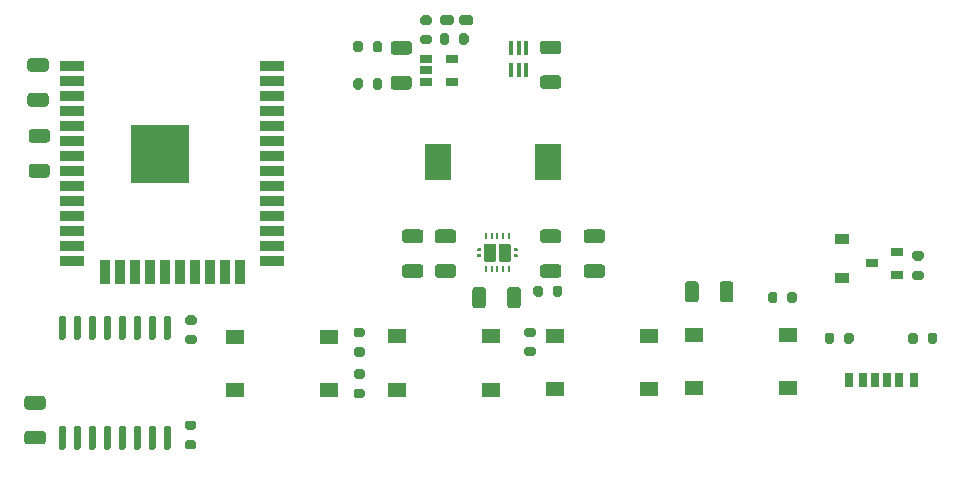
<source format=gbr>
%TF.GenerationSoftware,KiCad,Pcbnew,5.1.8-db9833491~87~ubuntu20.04.1*%
%TF.CreationDate,2020-12-03T15:39:07+05:30*%
%TF.ProjectId,open_authenticator,6f70656e-5f61-4757-9468-656e74696361,v01*%
%TF.SameCoordinates,Original*%
%TF.FileFunction,Paste,Top*%
%TF.FilePolarity,Positive*%
%FSLAX46Y46*%
G04 Gerber Fmt 4.6, Leading zero omitted, Abs format (unit mm)*
G04 Created by KiCad (PCBNEW 5.1.8-db9833491~87~ubuntu20.04.1) date 2020-12-03 15:39:07*
%MOMM*%
%LPD*%
G01*
G04 APERTURE LIST*
%ADD10R,0.240000X0.600000*%
%ADD11R,1.200000X0.900000*%
%ADD12R,0.400000X1.200000*%
%ADD13R,0.700000X1.200000*%
%ADD14R,0.760000X1.200000*%
%ADD15R,0.800000X1.200000*%
%ADD16R,2.200000X3.050000*%
%ADD17R,1.100000X0.650000*%
%ADD18R,1.550000X1.300000*%
%ADD19R,2.000000X0.900000*%
%ADD20R,0.900000X2.000000*%
%ADD21R,5.000000X5.000000*%
%ADD22R,1.060000X0.650000*%
G04 APERTURE END LIST*
%TO.C,C11*%
G36*
G01*
X123674999Y-104475000D02*
X124975001Y-104475000D01*
G75*
G02*
X125225000Y-104724999I0J-249999D01*
G01*
X125225000Y-105375001D01*
G75*
G02*
X124975001Y-105625000I-249999J0D01*
G01*
X123674999Y-105625000D01*
G75*
G02*
X123425000Y-105375001I0J249999D01*
G01*
X123425000Y-104724999D01*
G75*
G02*
X123674999Y-104475000I249999J0D01*
G01*
G37*
G36*
G01*
X123674999Y-101525000D02*
X124975001Y-101525000D01*
G75*
G02*
X125225000Y-101774999I0J-249999D01*
G01*
X125225000Y-102425001D01*
G75*
G02*
X124975001Y-102675000I-249999J0D01*
G01*
X123674999Y-102675000D01*
G75*
G02*
X123425000Y-102425001I0J249999D01*
G01*
X123425000Y-101774999D01*
G75*
G02*
X123674999Y-101525000I249999J0D01*
G01*
G37*
%TD*%
%TO.C,U4*%
G36*
G01*
X130446000Y-102750000D02*
X131294000Y-102750000D01*
G75*
G02*
X131400000Y-102856000I0J-106000D01*
G01*
X131400000Y-104144000D01*
G75*
G02*
X131294000Y-104250000I-106000J0D01*
G01*
X130446000Y-104250000D01*
G75*
G02*
X130340000Y-104144000I0J106000D01*
G01*
X130340000Y-102856000D01*
G75*
G02*
X130446000Y-102750000I106000J0D01*
G01*
G37*
G36*
G01*
X131706000Y-102750000D02*
X132554000Y-102750000D01*
G75*
G02*
X132660000Y-102856000I0J-106000D01*
G01*
X132660000Y-104144000D01*
G75*
G02*
X132554000Y-104250000I-106000J0D01*
G01*
X131706000Y-104250000D01*
G75*
G02*
X131600000Y-104144000I0J106000D01*
G01*
X131600000Y-102856000D01*
G75*
G02*
X131706000Y-102750000I106000J0D01*
G01*
G37*
G36*
G01*
X132885000Y-103125000D02*
X133175000Y-103125000D01*
G75*
G02*
X133200000Y-103150000I0J-25000D01*
G01*
X133200000Y-103350000D01*
G75*
G02*
X133175000Y-103375000I-25000J0D01*
G01*
X132885000Y-103375000D01*
G75*
G02*
X132860000Y-103350000I0J25000D01*
G01*
X132860000Y-103150000D01*
G75*
G02*
X132885000Y-103125000I25000J0D01*
G01*
G37*
G36*
G01*
X132885000Y-103625000D02*
X133175000Y-103625000D01*
G75*
G02*
X133200000Y-103650000I0J-25000D01*
G01*
X133200000Y-103850000D01*
G75*
G02*
X133175000Y-103875000I-25000J0D01*
G01*
X132885000Y-103875000D01*
G75*
G02*
X132860000Y-103850000I0J25000D01*
G01*
X132860000Y-103650000D01*
G75*
G02*
X132885000Y-103625000I25000J0D01*
G01*
G37*
G36*
G01*
X129825000Y-103125000D02*
X130115000Y-103125000D01*
G75*
G02*
X130140000Y-103150000I0J-25000D01*
G01*
X130140000Y-103350000D01*
G75*
G02*
X130115000Y-103375000I-25000J0D01*
G01*
X129825000Y-103375000D01*
G75*
G02*
X129800000Y-103350000I0J25000D01*
G01*
X129800000Y-103150000D01*
G75*
G02*
X129825000Y-103125000I25000J0D01*
G01*
G37*
G36*
G01*
X129825000Y-103625000D02*
X130115000Y-103625000D01*
G75*
G02*
X130140000Y-103650000I0J-25000D01*
G01*
X130140000Y-103850000D01*
G75*
G02*
X130115000Y-103875000I-25000J0D01*
G01*
X129825000Y-103875000D01*
G75*
G02*
X129800000Y-103850000I0J25000D01*
G01*
X129800000Y-103650000D01*
G75*
G02*
X129825000Y-103625000I25000J0D01*
G01*
G37*
D10*
X132500000Y-102100000D03*
X132000000Y-102100000D03*
X131500000Y-102100000D03*
X131000000Y-102100000D03*
X130500000Y-102100000D03*
X130500000Y-104900000D03*
X131000000Y-104900000D03*
X131500000Y-104900000D03*
X132000000Y-104900000D03*
X132500000Y-104900000D03*
%TD*%
%TO.C,C10*%
G36*
G01*
X91699999Y-118575000D02*
X93000001Y-118575000D01*
G75*
G02*
X93250000Y-118824999I0J-249999D01*
G01*
X93250000Y-119475001D01*
G75*
G02*
X93000001Y-119725000I-249999J0D01*
G01*
X91699999Y-119725000D01*
G75*
G02*
X91450000Y-119475001I0J249999D01*
G01*
X91450000Y-118824999D01*
G75*
G02*
X91699999Y-118575000I249999J0D01*
G01*
G37*
G36*
G01*
X91699999Y-115625000D02*
X93000001Y-115625000D01*
G75*
G02*
X93250000Y-115874999I0J-249999D01*
G01*
X93250000Y-116525001D01*
G75*
G02*
X93000001Y-116775000I-249999J0D01*
G01*
X91699999Y-116775000D01*
G75*
G02*
X91450000Y-116525001I0J249999D01*
G01*
X91450000Y-115874999D01*
G75*
G02*
X91699999Y-115625000I249999J0D01*
G01*
G37*
%TD*%
%TO.C,C2*%
G36*
G01*
X91949999Y-87025000D02*
X93250001Y-87025000D01*
G75*
G02*
X93500000Y-87274999I0J-249999D01*
G01*
X93500000Y-87925001D01*
G75*
G02*
X93250001Y-88175000I-249999J0D01*
G01*
X91949999Y-88175000D01*
G75*
G02*
X91700000Y-87925001I0J249999D01*
G01*
X91700000Y-87274999D01*
G75*
G02*
X91949999Y-87025000I249999J0D01*
G01*
G37*
G36*
G01*
X91949999Y-89975000D02*
X93250001Y-89975000D01*
G75*
G02*
X93500000Y-90224999I0J-249999D01*
G01*
X93500000Y-90875001D01*
G75*
G02*
X93250001Y-91125000I-249999J0D01*
G01*
X91949999Y-91125000D01*
G75*
G02*
X91700000Y-90875001I0J249999D01*
G01*
X91700000Y-90224999D01*
G75*
G02*
X91949999Y-89975000I249999J0D01*
G01*
G37*
%TD*%
%TO.C,C1*%
G36*
G01*
X93350001Y-97125000D02*
X92049999Y-97125000D01*
G75*
G02*
X91800000Y-96875001I0J249999D01*
G01*
X91800000Y-96224999D01*
G75*
G02*
X92049999Y-95975000I249999J0D01*
G01*
X93350001Y-95975000D01*
G75*
G02*
X93600000Y-96224999I0J-249999D01*
G01*
X93600000Y-96875001D01*
G75*
G02*
X93350001Y-97125000I-249999J0D01*
G01*
G37*
G36*
G01*
X93350001Y-94175000D02*
X92049999Y-94175000D01*
G75*
G02*
X91800000Y-93925001I0J249999D01*
G01*
X91800000Y-93274999D01*
G75*
G02*
X92049999Y-93025000I249999J0D01*
G01*
X93350001Y-93025000D01*
G75*
G02*
X93600000Y-93274999I0J-249999D01*
G01*
X93600000Y-93925001D01*
G75*
G02*
X93350001Y-94175000I-249999J0D01*
G01*
G37*
%TD*%
%TO.C,C3*%
G36*
G01*
X151475000Y-106149999D02*
X151475000Y-107450001D01*
G75*
G02*
X151225001Y-107700000I-249999J0D01*
G01*
X150574999Y-107700000D01*
G75*
G02*
X150325000Y-107450001I0J249999D01*
G01*
X150325000Y-106149999D01*
G75*
G02*
X150574999Y-105900000I249999J0D01*
G01*
X151225001Y-105900000D01*
G75*
G02*
X151475000Y-106149999I0J-249999D01*
G01*
G37*
G36*
G01*
X148525000Y-106149999D02*
X148525000Y-107450001D01*
G75*
G02*
X148275001Y-107700000I-249999J0D01*
G01*
X147624999Y-107700000D01*
G75*
G02*
X147375000Y-107450001I0J249999D01*
G01*
X147375000Y-106149999D01*
G75*
G02*
X147624999Y-105900000I249999J0D01*
G01*
X148275001Y-105900000D01*
G75*
G02*
X148525000Y-106149999I0J-249999D01*
G01*
G37*
%TD*%
%TO.C,C4*%
G36*
G01*
X122699999Y-85575000D02*
X124000001Y-85575000D01*
G75*
G02*
X124250000Y-85824999I0J-249999D01*
G01*
X124250000Y-86475001D01*
G75*
G02*
X124000001Y-86725000I-249999J0D01*
G01*
X122699999Y-86725000D01*
G75*
G02*
X122450000Y-86475001I0J249999D01*
G01*
X122450000Y-85824999D01*
G75*
G02*
X122699999Y-85575000I249999J0D01*
G01*
G37*
G36*
G01*
X122699999Y-88525000D02*
X124000001Y-88525000D01*
G75*
G02*
X124250000Y-88774999I0J-249999D01*
G01*
X124250000Y-89425001D01*
G75*
G02*
X124000001Y-89675000I-249999J0D01*
G01*
X122699999Y-89675000D01*
G75*
G02*
X122450000Y-89425001I0J249999D01*
G01*
X122450000Y-88774999D01*
G75*
G02*
X122699999Y-88525000I249999J0D01*
G01*
G37*
%TD*%
%TO.C,C5*%
G36*
G01*
X135349999Y-88475000D02*
X136650001Y-88475000D01*
G75*
G02*
X136900000Y-88724999I0J-249999D01*
G01*
X136900000Y-89375001D01*
G75*
G02*
X136650001Y-89625000I-249999J0D01*
G01*
X135349999Y-89625000D01*
G75*
G02*
X135100000Y-89375001I0J249999D01*
G01*
X135100000Y-88724999D01*
G75*
G02*
X135349999Y-88475000I249999J0D01*
G01*
G37*
G36*
G01*
X135349999Y-85525000D02*
X136650001Y-85525000D01*
G75*
G02*
X136900000Y-85774999I0J-249999D01*
G01*
X136900000Y-86425001D01*
G75*
G02*
X136650001Y-86675000I-249999J0D01*
G01*
X135349999Y-86675000D01*
G75*
G02*
X135100000Y-86425001I0J249999D01*
G01*
X135100000Y-85774999D01*
G75*
G02*
X135349999Y-85525000I249999J0D01*
G01*
G37*
%TD*%
%TO.C,C6*%
G36*
G01*
X126449999Y-104475000D02*
X127750001Y-104475000D01*
G75*
G02*
X128000000Y-104724999I0J-249999D01*
G01*
X128000000Y-105375001D01*
G75*
G02*
X127750001Y-105625000I-249999J0D01*
G01*
X126449999Y-105625000D01*
G75*
G02*
X126200000Y-105375001I0J249999D01*
G01*
X126200000Y-104724999D01*
G75*
G02*
X126449999Y-104475000I249999J0D01*
G01*
G37*
G36*
G01*
X126449999Y-101525000D02*
X127750001Y-101525000D01*
G75*
G02*
X128000000Y-101774999I0J-249999D01*
G01*
X128000000Y-102425001D01*
G75*
G02*
X127750001Y-102675000I-249999J0D01*
G01*
X126449999Y-102675000D01*
G75*
G02*
X126200000Y-102425001I0J249999D01*
G01*
X126200000Y-101774999D01*
G75*
G02*
X126449999Y-101525000I249999J0D01*
G01*
G37*
%TD*%
%TO.C,C7*%
G36*
G01*
X130525000Y-106649999D02*
X130525000Y-107950001D01*
G75*
G02*
X130275001Y-108200000I-249999J0D01*
G01*
X129624999Y-108200000D01*
G75*
G02*
X129375000Y-107950001I0J249999D01*
G01*
X129375000Y-106649999D01*
G75*
G02*
X129624999Y-106400000I249999J0D01*
G01*
X130275001Y-106400000D01*
G75*
G02*
X130525000Y-106649999I0J-249999D01*
G01*
G37*
G36*
G01*
X133475000Y-106649999D02*
X133475000Y-107950001D01*
G75*
G02*
X133225001Y-108200000I-249999J0D01*
G01*
X132574999Y-108200000D01*
G75*
G02*
X132325000Y-107950001I0J249999D01*
G01*
X132325000Y-106649999D01*
G75*
G02*
X132574999Y-106400000I249999J0D01*
G01*
X133225001Y-106400000D01*
G75*
G02*
X133475000Y-106649999I0J-249999D01*
G01*
G37*
%TD*%
%TO.C,C8*%
G36*
G01*
X135349999Y-101525000D02*
X136650001Y-101525000D01*
G75*
G02*
X136900000Y-101774999I0J-249999D01*
G01*
X136900000Y-102425001D01*
G75*
G02*
X136650001Y-102675000I-249999J0D01*
G01*
X135349999Y-102675000D01*
G75*
G02*
X135100000Y-102425001I0J249999D01*
G01*
X135100000Y-101774999D01*
G75*
G02*
X135349999Y-101525000I249999J0D01*
G01*
G37*
G36*
G01*
X135349999Y-104475000D02*
X136650001Y-104475000D01*
G75*
G02*
X136900000Y-104724999I0J-249999D01*
G01*
X136900000Y-105375001D01*
G75*
G02*
X136650001Y-105625000I-249999J0D01*
G01*
X135349999Y-105625000D01*
G75*
G02*
X135100000Y-105375001I0J249999D01*
G01*
X135100000Y-104724999D01*
G75*
G02*
X135349999Y-104475000I249999J0D01*
G01*
G37*
%TD*%
%TO.C,C9*%
G36*
G01*
X139049999Y-104475000D02*
X140350001Y-104475000D01*
G75*
G02*
X140600000Y-104724999I0J-249999D01*
G01*
X140600000Y-105375001D01*
G75*
G02*
X140350001Y-105625000I-249999J0D01*
G01*
X139049999Y-105625000D01*
G75*
G02*
X138800000Y-105375001I0J249999D01*
G01*
X138800000Y-104724999D01*
G75*
G02*
X139049999Y-104475000I249999J0D01*
G01*
G37*
G36*
G01*
X139049999Y-101525000D02*
X140350001Y-101525000D01*
G75*
G02*
X140600000Y-101774999I0J-249999D01*
G01*
X140600000Y-102425001D01*
G75*
G02*
X140350001Y-102675000I-249999J0D01*
G01*
X139049999Y-102675000D01*
G75*
G02*
X138800000Y-102425001I0J249999D01*
G01*
X138800000Y-101774999D01*
G75*
G02*
X139049999Y-101525000I249999J0D01*
G01*
G37*
%TD*%
%TO.C,D2*%
G36*
G01*
X128237500Y-84012500D02*
X128237500Y-83587500D01*
G75*
G02*
X128450000Y-83375000I212500J0D01*
G01*
X129250000Y-83375000D01*
G75*
G02*
X129462500Y-83587500I0J-212500D01*
G01*
X129462500Y-84012500D01*
G75*
G02*
X129250000Y-84225000I-212500J0D01*
G01*
X128450000Y-84225000D01*
G75*
G02*
X128237500Y-84012500I0J212500D01*
G01*
G37*
G36*
G01*
X126612500Y-84012500D02*
X126612500Y-83587500D01*
G75*
G02*
X126825000Y-83375000I212500J0D01*
G01*
X127625000Y-83375000D01*
G75*
G02*
X127837500Y-83587500I0J-212500D01*
G01*
X127837500Y-84012500D01*
G75*
G02*
X127625000Y-84225000I-212500J0D01*
G01*
X126825000Y-84225000D01*
G75*
G02*
X126612500Y-84012500I0J212500D01*
G01*
G37*
%TD*%
D11*
%TO.C,D3*%
X160700000Y-102350000D03*
X160700000Y-105650000D03*
%TD*%
D12*
%TO.C,IC1*%
X133950000Y-88050000D03*
X133300000Y-88050000D03*
X132650000Y-88050000D03*
X132650000Y-86150000D03*
X133300000Y-86150000D03*
X133950000Y-86150000D03*
%TD*%
D13*
%TO.C,J2*%
X163480000Y-114250000D03*
D14*
X165500000Y-114250000D03*
D15*
X166730000Y-114250000D03*
D13*
X164480000Y-114250000D03*
D14*
X162460000Y-114250000D03*
D15*
X161230000Y-114250000D03*
%TD*%
D16*
%TO.C,L1*%
X126500000Y-95850000D03*
X135800000Y-95850000D03*
%TD*%
D17*
%TO.C,Q1*%
X165350000Y-105360000D03*
X165350000Y-103440000D03*
X163250000Y-104400000D03*
%TD*%
%TO.C,R1*%
G36*
G01*
X135350000Y-106475000D02*
X135350000Y-107025000D01*
G75*
G02*
X135150000Y-107225000I-200000J0D01*
G01*
X134750000Y-107225000D01*
G75*
G02*
X134550000Y-107025000I0J200000D01*
G01*
X134550000Y-106475000D01*
G75*
G02*
X134750000Y-106275000I200000J0D01*
G01*
X135150000Y-106275000D01*
G75*
G02*
X135350000Y-106475000I0J-200000D01*
G01*
G37*
G36*
G01*
X137000000Y-106475000D02*
X137000000Y-107025000D01*
G75*
G02*
X136800000Y-107225000I-200000J0D01*
G01*
X136400000Y-107225000D01*
G75*
G02*
X136200000Y-107025000I0J200000D01*
G01*
X136200000Y-106475000D01*
G75*
G02*
X136400000Y-106275000I200000J0D01*
G01*
X136800000Y-106275000D01*
G75*
G02*
X137000000Y-106475000I0J-200000D01*
G01*
G37*
%TD*%
%TO.C,R2*%
G36*
G01*
X105275000Y-110450000D02*
X105825000Y-110450000D01*
G75*
G02*
X106025000Y-110650000I0J-200000D01*
G01*
X106025000Y-111050000D01*
G75*
G02*
X105825000Y-111250000I-200000J0D01*
G01*
X105275000Y-111250000D01*
G75*
G02*
X105075000Y-111050000I0J200000D01*
G01*
X105075000Y-110650000D01*
G75*
G02*
X105275000Y-110450000I200000J0D01*
G01*
G37*
G36*
G01*
X105275000Y-108800000D02*
X105825000Y-108800000D01*
G75*
G02*
X106025000Y-109000000I0J-200000D01*
G01*
X106025000Y-109400000D01*
G75*
G02*
X105825000Y-109600000I-200000J0D01*
G01*
X105275000Y-109600000D01*
G75*
G02*
X105075000Y-109400000I0J200000D01*
G01*
X105075000Y-109000000D01*
G75*
G02*
X105275000Y-108800000I200000J0D01*
G01*
G37*
%TD*%
%TO.C,R3*%
G36*
G01*
X105225000Y-117700000D02*
X105775000Y-117700000D01*
G75*
G02*
X105975000Y-117900000I0J-200000D01*
G01*
X105975000Y-118300000D01*
G75*
G02*
X105775000Y-118500000I-200000J0D01*
G01*
X105225000Y-118500000D01*
G75*
G02*
X105025000Y-118300000I0J200000D01*
G01*
X105025000Y-117900000D01*
G75*
G02*
X105225000Y-117700000I200000J0D01*
G01*
G37*
G36*
G01*
X105225000Y-119350000D02*
X105775000Y-119350000D01*
G75*
G02*
X105975000Y-119550000I0J-200000D01*
G01*
X105975000Y-119950000D01*
G75*
G02*
X105775000Y-120150000I-200000J0D01*
G01*
X105225000Y-120150000D01*
G75*
G02*
X105025000Y-119950000I0J200000D01*
G01*
X105025000Y-119550000D01*
G75*
G02*
X105225000Y-119350000I200000J0D01*
G01*
G37*
%TD*%
%TO.C,R4*%
G36*
G01*
X120075000Y-112300000D02*
X119525000Y-112300000D01*
G75*
G02*
X119325000Y-112100000I0J200000D01*
G01*
X119325000Y-111700000D01*
G75*
G02*
X119525000Y-111500000I200000J0D01*
G01*
X120075000Y-111500000D01*
G75*
G02*
X120275000Y-111700000I0J-200000D01*
G01*
X120275000Y-112100000D01*
G75*
G02*
X120075000Y-112300000I-200000J0D01*
G01*
G37*
G36*
G01*
X120075000Y-110650000D02*
X119525000Y-110650000D01*
G75*
G02*
X119325000Y-110450000I0J200000D01*
G01*
X119325000Y-110050000D01*
G75*
G02*
X119525000Y-109850000I200000J0D01*
G01*
X120075000Y-109850000D01*
G75*
G02*
X120275000Y-110050000I0J-200000D01*
G01*
X120275000Y-110450000D01*
G75*
G02*
X120075000Y-110650000I-200000J0D01*
G01*
G37*
%TD*%
%TO.C,R5*%
G36*
G01*
X155200000Y-107000000D02*
X155200000Y-107550000D01*
G75*
G02*
X155000000Y-107750000I-200000J0D01*
G01*
X154600000Y-107750000D01*
G75*
G02*
X154400000Y-107550000I0J200000D01*
G01*
X154400000Y-107000000D01*
G75*
G02*
X154600000Y-106800000I200000J0D01*
G01*
X155000000Y-106800000D01*
G75*
G02*
X155200000Y-107000000I0J-200000D01*
G01*
G37*
G36*
G01*
X156850000Y-107000000D02*
X156850000Y-107550000D01*
G75*
G02*
X156650000Y-107750000I-200000J0D01*
G01*
X156250000Y-107750000D01*
G75*
G02*
X156050000Y-107550000I0J200000D01*
G01*
X156050000Y-107000000D01*
G75*
G02*
X156250000Y-106800000I200000J0D01*
G01*
X156650000Y-106800000D01*
G75*
G02*
X156850000Y-107000000I0J-200000D01*
G01*
G37*
%TD*%
%TO.C,R6*%
G36*
G01*
X134525000Y-112275000D02*
X133975000Y-112275000D01*
G75*
G02*
X133775000Y-112075000I0J200000D01*
G01*
X133775000Y-111675000D01*
G75*
G02*
X133975000Y-111475000I200000J0D01*
G01*
X134525000Y-111475000D01*
G75*
G02*
X134725000Y-111675000I0J-200000D01*
G01*
X134725000Y-112075000D01*
G75*
G02*
X134525000Y-112275000I-200000J0D01*
G01*
G37*
G36*
G01*
X134525000Y-110625000D02*
X133975000Y-110625000D01*
G75*
G02*
X133775000Y-110425000I0J200000D01*
G01*
X133775000Y-110025000D01*
G75*
G02*
X133975000Y-109825000I200000J0D01*
G01*
X134525000Y-109825000D01*
G75*
G02*
X134725000Y-110025000I0J-200000D01*
G01*
X134725000Y-110425000D01*
G75*
G02*
X134525000Y-110625000I-200000J0D01*
G01*
G37*
%TD*%
%TO.C,R7*%
G36*
G01*
X128250000Y-85675000D02*
X128250000Y-85125000D01*
G75*
G02*
X128450000Y-84925000I200000J0D01*
G01*
X128850000Y-84925000D01*
G75*
G02*
X129050000Y-85125000I0J-200000D01*
G01*
X129050000Y-85675000D01*
G75*
G02*
X128850000Y-85875000I-200000J0D01*
G01*
X128450000Y-85875000D01*
G75*
G02*
X128250000Y-85675000I0J200000D01*
G01*
G37*
G36*
G01*
X126600000Y-85675000D02*
X126600000Y-85125000D01*
G75*
G02*
X126800000Y-84925000I200000J0D01*
G01*
X127200000Y-84925000D01*
G75*
G02*
X127400000Y-85125000I0J-200000D01*
G01*
X127400000Y-85675000D01*
G75*
G02*
X127200000Y-85875000I-200000J0D01*
G01*
X126800000Y-85875000D01*
G75*
G02*
X126600000Y-85675000I0J200000D01*
G01*
G37*
%TD*%
%TO.C,R8*%
G36*
G01*
X125725000Y-85850000D02*
X125175000Y-85850000D01*
G75*
G02*
X124975000Y-85650000I0J200000D01*
G01*
X124975000Y-85250000D01*
G75*
G02*
X125175000Y-85050000I200000J0D01*
G01*
X125725000Y-85050000D01*
G75*
G02*
X125925000Y-85250000I0J-200000D01*
G01*
X125925000Y-85650000D01*
G75*
G02*
X125725000Y-85850000I-200000J0D01*
G01*
G37*
G36*
G01*
X125725000Y-84200000D02*
X125175000Y-84200000D01*
G75*
G02*
X124975000Y-84000000I0J200000D01*
G01*
X124975000Y-83600000D01*
G75*
G02*
X125175000Y-83400000I200000J0D01*
G01*
X125725000Y-83400000D01*
G75*
G02*
X125925000Y-83600000I0J-200000D01*
G01*
X125925000Y-84000000D01*
G75*
G02*
X125725000Y-84200000I-200000J0D01*
G01*
G37*
%TD*%
%TO.C,R9*%
G36*
G01*
X120100000Y-88925000D02*
X120100000Y-89475000D01*
G75*
G02*
X119900000Y-89675000I-200000J0D01*
G01*
X119500000Y-89675000D01*
G75*
G02*
X119300000Y-89475000I0J200000D01*
G01*
X119300000Y-88925000D01*
G75*
G02*
X119500000Y-88725000I200000J0D01*
G01*
X119900000Y-88725000D01*
G75*
G02*
X120100000Y-88925000I0J-200000D01*
G01*
G37*
G36*
G01*
X121750000Y-88925000D02*
X121750000Y-89475000D01*
G75*
G02*
X121550000Y-89675000I-200000J0D01*
G01*
X121150000Y-89675000D01*
G75*
G02*
X120950000Y-89475000I0J200000D01*
G01*
X120950000Y-88925000D01*
G75*
G02*
X121150000Y-88725000I200000J0D01*
G01*
X121550000Y-88725000D01*
G75*
G02*
X121750000Y-88925000I0J-200000D01*
G01*
G37*
%TD*%
%TO.C,R10*%
G36*
G01*
X119300000Y-86325000D02*
X119300000Y-85775000D01*
G75*
G02*
X119500000Y-85575000I200000J0D01*
G01*
X119900000Y-85575000D01*
G75*
G02*
X120100000Y-85775000I0J-200000D01*
G01*
X120100000Y-86325000D01*
G75*
G02*
X119900000Y-86525000I-200000J0D01*
G01*
X119500000Y-86525000D01*
G75*
G02*
X119300000Y-86325000I0J200000D01*
G01*
G37*
G36*
G01*
X120950000Y-86325000D02*
X120950000Y-85775000D01*
G75*
G02*
X121150000Y-85575000I200000J0D01*
G01*
X121550000Y-85575000D01*
G75*
G02*
X121750000Y-85775000I0J-200000D01*
G01*
X121750000Y-86325000D01*
G75*
G02*
X121550000Y-86525000I-200000J0D01*
G01*
X121150000Y-86525000D01*
G75*
G02*
X120950000Y-86325000I0J200000D01*
G01*
G37*
%TD*%
%TO.C,R11*%
G36*
G01*
X168725000Y-110450000D02*
X168725000Y-111000000D01*
G75*
G02*
X168525000Y-111200000I-200000J0D01*
G01*
X168125000Y-111200000D01*
G75*
G02*
X167925000Y-111000000I0J200000D01*
G01*
X167925000Y-110450000D01*
G75*
G02*
X168125000Y-110250000I200000J0D01*
G01*
X168525000Y-110250000D01*
G75*
G02*
X168725000Y-110450000I0J-200000D01*
G01*
G37*
G36*
G01*
X167075000Y-110450000D02*
X167075000Y-111000000D01*
G75*
G02*
X166875000Y-111200000I-200000J0D01*
G01*
X166475000Y-111200000D01*
G75*
G02*
X166275000Y-111000000I0J200000D01*
G01*
X166275000Y-110450000D01*
G75*
G02*
X166475000Y-110250000I200000J0D01*
G01*
X166875000Y-110250000D01*
G75*
G02*
X167075000Y-110450000I0J-200000D01*
G01*
G37*
%TD*%
%TO.C,R12*%
G36*
G01*
X160850000Y-111000000D02*
X160850000Y-110450000D01*
G75*
G02*
X161050000Y-110250000I200000J0D01*
G01*
X161450000Y-110250000D01*
G75*
G02*
X161650000Y-110450000I0J-200000D01*
G01*
X161650000Y-111000000D01*
G75*
G02*
X161450000Y-111200000I-200000J0D01*
G01*
X161050000Y-111200000D01*
G75*
G02*
X160850000Y-111000000I0J200000D01*
G01*
G37*
G36*
G01*
X159200000Y-111000000D02*
X159200000Y-110450000D01*
G75*
G02*
X159400000Y-110250000I200000J0D01*
G01*
X159800000Y-110250000D01*
G75*
G02*
X160000000Y-110450000I0J-200000D01*
G01*
X160000000Y-111000000D01*
G75*
G02*
X159800000Y-111200000I-200000J0D01*
G01*
X159400000Y-111200000D01*
G75*
G02*
X159200000Y-111000000I0J200000D01*
G01*
G37*
%TD*%
%TO.C,R13*%
G36*
G01*
X167375000Y-105800000D02*
X166825000Y-105800000D01*
G75*
G02*
X166625000Y-105600000I0J200000D01*
G01*
X166625000Y-105200000D01*
G75*
G02*
X166825000Y-105000000I200000J0D01*
G01*
X167375000Y-105000000D01*
G75*
G02*
X167575000Y-105200000I0J-200000D01*
G01*
X167575000Y-105600000D01*
G75*
G02*
X167375000Y-105800000I-200000J0D01*
G01*
G37*
G36*
G01*
X167375000Y-104150000D02*
X166825000Y-104150000D01*
G75*
G02*
X166625000Y-103950000I0J200000D01*
G01*
X166625000Y-103550000D01*
G75*
G02*
X166825000Y-103350000I200000J0D01*
G01*
X167375000Y-103350000D01*
G75*
G02*
X167575000Y-103550000I0J-200000D01*
G01*
X167575000Y-103950000D01*
G75*
G02*
X167375000Y-104150000I-200000J0D01*
G01*
G37*
%TD*%
%TO.C,R14*%
G36*
G01*
X119525000Y-115025000D02*
X120075000Y-115025000D01*
G75*
G02*
X120275000Y-115225000I0J-200000D01*
G01*
X120275000Y-115625000D01*
G75*
G02*
X120075000Y-115825000I-200000J0D01*
G01*
X119525000Y-115825000D01*
G75*
G02*
X119325000Y-115625000I0J200000D01*
G01*
X119325000Y-115225000D01*
G75*
G02*
X119525000Y-115025000I200000J0D01*
G01*
G37*
G36*
G01*
X119525000Y-113375000D02*
X120075000Y-113375000D01*
G75*
G02*
X120275000Y-113575000I0J-200000D01*
G01*
X120275000Y-113975000D01*
G75*
G02*
X120075000Y-114175000I-200000J0D01*
G01*
X119525000Y-114175000D01*
G75*
G02*
X119325000Y-113975000I0J200000D01*
G01*
X119325000Y-113575000D01*
G75*
G02*
X119525000Y-113375000I200000J0D01*
G01*
G37*
%TD*%
D18*
%TO.C,SW1*%
X109300000Y-110600000D03*
X109300000Y-115100000D03*
X117250000Y-115100000D03*
X117250000Y-110600000D03*
%TD*%
%TO.C,SW2*%
X123025000Y-115075000D03*
X123025000Y-110575000D03*
X130975000Y-110575000D03*
X130975000Y-115075000D03*
%TD*%
%TO.C,SW3*%
X136375000Y-110525000D03*
X136375000Y-115025000D03*
X144325000Y-115025000D03*
X144325000Y-110525000D03*
%TD*%
%TO.C,SW4*%
X156075000Y-110475000D03*
X156075000Y-114975000D03*
X148125000Y-114975000D03*
X148125000Y-110475000D03*
%TD*%
D19*
%TO.C,U1*%
X112450000Y-87645000D03*
X112450000Y-88915000D03*
X112450000Y-90185000D03*
X112450000Y-91455000D03*
X112450000Y-92725000D03*
X112450000Y-93995000D03*
X112450000Y-95265000D03*
X112450000Y-96535000D03*
X112450000Y-97805000D03*
X112450000Y-99075000D03*
X112450000Y-100345000D03*
X112450000Y-101615000D03*
X112450000Y-102885000D03*
X112450000Y-104155000D03*
D20*
X109665000Y-105155000D03*
X108395000Y-105155000D03*
X107125000Y-105155000D03*
X105855000Y-105155000D03*
X104585000Y-105155000D03*
X103315000Y-105155000D03*
X102045000Y-105155000D03*
X100775000Y-105155000D03*
X99505000Y-105155000D03*
X98235000Y-105155000D03*
D19*
X95450000Y-104155000D03*
X95450000Y-102885000D03*
X95450000Y-101615000D03*
X95450000Y-100345000D03*
X95450000Y-99075000D03*
X95450000Y-97805000D03*
X95450000Y-96535000D03*
X95450000Y-95265000D03*
X95450000Y-93995000D03*
X95450000Y-92725000D03*
X95450000Y-91455000D03*
X95450000Y-90185000D03*
X95450000Y-88915000D03*
X95450000Y-87645000D03*
D21*
X102950000Y-95145000D03*
%TD*%
%TO.C,U2*%
G36*
G01*
X103395000Y-108825000D02*
X103695000Y-108825000D01*
G75*
G02*
X103845000Y-108975000I0J-150000D01*
G01*
X103845000Y-110725000D01*
G75*
G02*
X103695000Y-110875000I-150000J0D01*
G01*
X103395000Y-110875000D01*
G75*
G02*
X103245000Y-110725000I0J150000D01*
G01*
X103245000Y-108975000D01*
G75*
G02*
X103395000Y-108825000I150000J0D01*
G01*
G37*
G36*
G01*
X102125000Y-108825000D02*
X102425000Y-108825000D01*
G75*
G02*
X102575000Y-108975000I0J-150000D01*
G01*
X102575000Y-110725000D01*
G75*
G02*
X102425000Y-110875000I-150000J0D01*
G01*
X102125000Y-110875000D01*
G75*
G02*
X101975000Y-110725000I0J150000D01*
G01*
X101975000Y-108975000D01*
G75*
G02*
X102125000Y-108825000I150000J0D01*
G01*
G37*
G36*
G01*
X100855000Y-108825000D02*
X101155000Y-108825000D01*
G75*
G02*
X101305000Y-108975000I0J-150000D01*
G01*
X101305000Y-110725000D01*
G75*
G02*
X101155000Y-110875000I-150000J0D01*
G01*
X100855000Y-110875000D01*
G75*
G02*
X100705000Y-110725000I0J150000D01*
G01*
X100705000Y-108975000D01*
G75*
G02*
X100855000Y-108825000I150000J0D01*
G01*
G37*
G36*
G01*
X99585000Y-108825000D02*
X99885000Y-108825000D01*
G75*
G02*
X100035000Y-108975000I0J-150000D01*
G01*
X100035000Y-110725000D01*
G75*
G02*
X99885000Y-110875000I-150000J0D01*
G01*
X99585000Y-110875000D01*
G75*
G02*
X99435000Y-110725000I0J150000D01*
G01*
X99435000Y-108975000D01*
G75*
G02*
X99585000Y-108825000I150000J0D01*
G01*
G37*
G36*
G01*
X98315000Y-108825000D02*
X98615000Y-108825000D01*
G75*
G02*
X98765000Y-108975000I0J-150000D01*
G01*
X98765000Y-110725000D01*
G75*
G02*
X98615000Y-110875000I-150000J0D01*
G01*
X98315000Y-110875000D01*
G75*
G02*
X98165000Y-110725000I0J150000D01*
G01*
X98165000Y-108975000D01*
G75*
G02*
X98315000Y-108825000I150000J0D01*
G01*
G37*
G36*
G01*
X97045000Y-108825000D02*
X97345000Y-108825000D01*
G75*
G02*
X97495000Y-108975000I0J-150000D01*
G01*
X97495000Y-110725000D01*
G75*
G02*
X97345000Y-110875000I-150000J0D01*
G01*
X97045000Y-110875000D01*
G75*
G02*
X96895000Y-110725000I0J150000D01*
G01*
X96895000Y-108975000D01*
G75*
G02*
X97045000Y-108825000I150000J0D01*
G01*
G37*
G36*
G01*
X95775000Y-108825000D02*
X96075000Y-108825000D01*
G75*
G02*
X96225000Y-108975000I0J-150000D01*
G01*
X96225000Y-110725000D01*
G75*
G02*
X96075000Y-110875000I-150000J0D01*
G01*
X95775000Y-110875000D01*
G75*
G02*
X95625000Y-110725000I0J150000D01*
G01*
X95625000Y-108975000D01*
G75*
G02*
X95775000Y-108825000I150000J0D01*
G01*
G37*
G36*
G01*
X94505000Y-108825000D02*
X94805000Y-108825000D01*
G75*
G02*
X94955000Y-108975000I0J-150000D01*
G01*
X94955000Y-110725000D01*
G75*
G02*
X94805000Y-110875000I-150000J0D01*
G01*
X94505000Y-110875000D01*
G75*
G02*
X94355000Y-110725000I0J150000D01*
G01*
X94355000Y-108975000D01*
G75*
G02*
X94505000Y-108825000I150000J0D01*
G01*
G37*
G36*
G01*
X94505000Y-118125000D02*
X94805000Y-118125000D01*
G75*
G02*
X94955000Y-118275000I0J-150000D01*
G01*
X94955000Y-120025000D01*
G75*
G02*
X94805000Y-120175000I-150000J0D01*
G01*
X94505000Y-120175000D01*
G75*
G02*
X94355000Y-120025000I0J150000D01*
G01*
X94355000Y-118275000D01*
G75*
G02*
X94505000Y-118125000I150000J0D01*
G01*
G37*
G36*
G01*
X95775000Y-118125000D02*
X96075000Y-118125000D01*
G75*
G02*
X96225000Y-118275000I0J-150000D01*
G01*
X96225000Y-120025000D01*
G75*
G02*
X96075000Y-120175000I-150000J0D01*
G01*
X95775000Y-120175000D01*
G75*
G02*
X95625000Y-120025000I0J150000D01*
G01*
X95625000Y-118275000D01*
G75*
G02*
X95775000Y-118125000I150000J0D01*
G01*
G37*
G36*
G01*
X97045000Y-118125000D02*
X97345000Y-118125000D01*
G75*
G02*
X97495000Y-118275000I0J-150000D01*
G01*
X97495000Y-120025000D01*
G75*
G02*
X97345000Y-120175000I-150000J0D01*
G01*
X97045000Y-120175000D01*
G75*
G02*
X96895000Y-120025000I0J150000D01*
G01*
X96895000Y-118275000D01*
G75*
G02*
X97045000Y-118125000I150000J0D01*
G01*
G37*
G36*
G01*
X98315000Y-118125000D02*
X98615000Y-118125000D01*
G75*
G02*
X98765000Y-118275000I0J-150000D01*
G01*
X98765000Y-120025000D01*
G75*
G02*
X98615000Y-120175000I-150000J0D01*
G01*
X98315000Y-120175000D01*
G75*
G02*
X98165000Y-120025000I0J150000D01*
G01*
X98165000Y-118275000D01*
G75*
G02*
X98315000Y-118125000I150000J0D01*
G01*
G37*
G36*
G01*
X99585000Y-118125000D02*
X99885000Y-118125000D01*
G75*
G02*
X100035000Y-118275000I0J-150000D01*
G01*
X100035000Y-120025000D01*
G75*
G02*
X99885000Y-120175000I-150000J0D01*
G01*
X99585000Y-120175000D01*
G75*
G02*
X99435000Y-120025000I0J150000D01*
G01*
X99435000Y-118275000D01*
G75*
G02*
X99585000Y-118125000I150000J0D01*
G01*
G37*
G36*
G01*
X100855000Y-118125000D02*
X101155000Y-118125000D01*
G75*
G02*
X101305000Y-118275000I0J-150000D01*
G01*
X101305000Y-120025000D01*
G75*
G02*
X101155000Y-120175000I-150000J0D01*
G01*
X100855000Y-120175000D01*
G75*
G02*
X100705000Y-120025000I0J150000D01*
G01*
X100705000Y-118275000D01*
G75*
G02*
X100855000Y-118125000I150000J0D01*
G01*
G37*
G36*
G01*
X102125000Y-118125000D02*
X102425000Y-118125000D01*
G75*
G02*
X102575000Y-118275000I0J-150000D01*
G01*
X102575000Y-120025000D01*
G75*
G02*
X102425000Y-120175000I-150000J0D01*
G01*
X102125000Y-120175000D01*
G75*
G02*
X101975000Y-120025000I0J150000D01*
G01*
X101975000Y-118275000D01*
G75*
G02*
X102125000Y-118125000I150000J0D01*
G01*
G37*
G36*
G01*
X103395000Y-118125000D02*
X103695000Y-118125000D01*
G75*
G02*
X103845000Y-118275000I0J-150000D01*
G01*
X103845000Y-120025000D01*
G75*
G02*
X103695000Y-120175000I-150000J0D01*
G01*
X103395000Y-120175000D01*
G75*
G02*
X103245000Y-120025000I0J150000D01*
G01*
X103245000Y-118275000D01*
G75*
G02*
X103395000Y-118125000I150000J0D01*
G01*
G37*
%TD*%
D22*
%TO.C,U3*%
X125450000Y-87100000D03*
X125450000Y-88050000D03*
X125450000Y-89000000D03*
X127650000Y-89000000D03*
X127650000Y-87100000D03*
%TD*%
M02*

</source>
